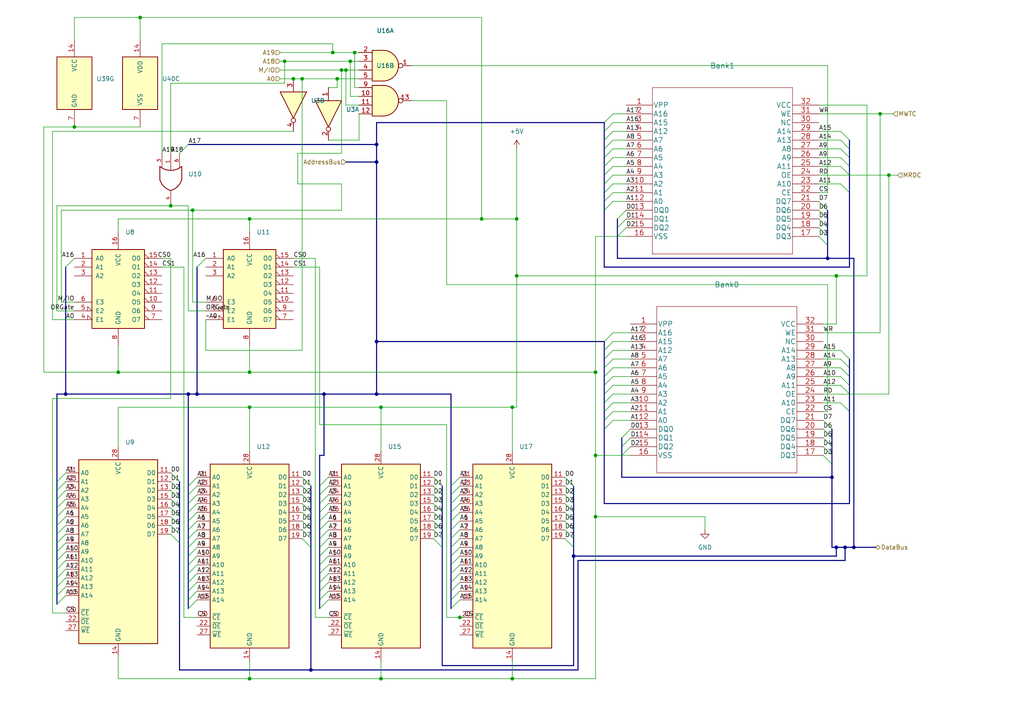
<source format=kicad_sch>
(kicad_sch (version 20211123) (generator eeschema)
  (paper "A4")
  (lib_symbols
    (symbol "28F010:28F010" (pin_names (offset 0.254))
      (property "Reference" "U" (at 27.94 10.16 0))
      (property "Value" "28F010" (at 27.94 7.62 0))
      (symbol "28F010_1_1"
        (polyline (pts (xy 7.62 -43.18) (xy 48.26 -43.18)) (stroke (width 0.127)))
        (polyline (pts (xy 7.62 5.08) (xy 7.62 -43.18)) (stroke (width 0.127)))
        (polyline (pts (xy 48.26 -43.18) (xy 48.26 5.08)) (stroke (width 0.127)))
        (polyline (pts (xy 48.26 5.08) (xy 7.62 5.08)) (stroke (width 0.127)))
        (pin power_in line (at 0 0 0) (length 7.62) (name "VPP") (number "1"))
        (pin input line (at 0 -22.86 0) (length 7.62) (name "A2") (number "10"))
        (pin input line (at 0 -25.4 0) (length 7.62) (name "A1") (number "11"))
        (pin input line (at 0 -27.94 0) (length 7.62) (name "A0") (number "12"))
        (pin bidirectional line (at 0 -30.48 0) (length 7.62) (name "DQ0") (number "13"))
        (pin bidirectional line (at 0 -33.02 0) (length 7.62) (name "DQ1") (number "14"))
        (pin bidirectional line (at 0 -35.56 0) (length 7.62) (name "DQ2") (number "15"))
        (pin power_in line (at 0 -38.1 0) (length 7.62) (name "VSS") (number "16"))
        (pin bidirectional line (at 55.88 -38.1 180) (length 7.62) (name "DQ3") (number "17"))
        (pin bidirectional line (at 55.88 -35.56 180) (length 7.62) (name "DQ4") (number "18"))
        (pin bidirectional line (at 55.88 -33.02 180) (length 7.62) (name "DQ5") (number "19"))
        (pin input line (at 0 -2.54 0) (length 7.62) (name "A16") (number "2"))
        (pin bidirectional line (at 55.88 -30.48 180) (length 7.62) (name "DQ6") (number "20"))
        (pin bidirectional line (at 55.88 -27.94 180) (length 7.62) (name "DQ7") (number "21"))
        (pin input line (at 55.88 -25.4 180) (length 7.62) (name "CE") (number "22"))
        (pin input line (at 55.88 -22.86 180) (length 7.62) (name "A10") (number "23"))
        (pin input line (at 55.88 -20.32 180) (length 7.62) (name "OE") (number "24"))
        (pin input line (at 55.88 -17.78 180) (length 7.62) (name "A11") (number "25"))
        (pin input line (at 55.88 -15.24 180) (length 7.62) (name "A9") (number "26"))
        (pin input line (at 55.88 -12.7 180) (length 7.62) (name "A8") (number "27"))
        (pin input line (at 55.88 -10.16 180) (length 7.62) (name "A13") (number "28"))
        (pin input line (at 55.88 -7.62 180) (length 7.62) (name "A14") (number "29"))
        (pin input line (at 0 -5.08 0) (length 7.62) (name "A15") (number "3"))
        (pin unspecified line (at 55.88 -5.08 180) (length 7.62) (name "NC") (number "30"))
        (pin input line (at 55.88 -2.54 180) (length 7.62) (name "WE") (number "31"))
        (pin power_in line (at 55.88 0 180) (length 7.62) (name "VCC") (number "32"))
        (pin input line (at 0 -7.62 0) (length 7.62) (name "A12") (number "4"))
        (pin input line (at 0 -10.16 0) (length 7.62) (name "A7") (number "5"))
        (pin input line (at 0 -12.7 0) (length 7.62) (name "A6") (number "6"))
        (pin input line (at 0 -15.24 0) (length 7.62) (name "A5") (number "7"))
        (pin input line (at 0 -17.78 0) (length 7.62) (name "A4") (number "8"))
        (pin input line (at 0 -20.32 0) (length 7.62) (name "A3") (number "9"))
      )
    )
    (symbol "4xxx:4012" (pin_names (offset 1.016))
      (property "Reference" "U" (at 0 1.27 0))
      (property "Value" "4012" (at 0 -1.27 0))
      (symbol "4012_1_1"
        (arc (start -0.635 -4.445) (mid 3.81 0) (end -0.635 4.445) (stroke (width 0.254)) (fill (type background)))
        (polyline (pts (xy -0.635 4.445) (xy -3.81 4.445) (xy -3.81 -4.445) (xy -0.635 -4.445)) (stroke (width 0.254)) (fill (type background)))
        (pin output inverted (at 7.62 0 180) (length 3.81) (name "~") (number "1"))
        (pin input line (at -7.62 3.81 0) (length 3.81) (name "~") (number "2"))
        (pin input line (at -7.62 1.27 0) (length 3.81) (name "~") (number "3"))
        (pin input line (at -7.62 -1.27 0) (length 3.81) (name "~") (number "4"))
        (pin input line (at -7.62 -3.81 0) (length 3.81) (name "~") (number "5"))
      )
      (symbol "4012_1_2"
        (arc (start -3.81 -4.445) (mid -2.5908 0) (end -3.81 4.445) (stroke (width 0.254)))
        (arc (start -0.6096 -4.445) (mid 2.2246 -2.8422) (end 3.81 0) (stroke (width 0.254)) (fill (type background)))
        (polyline (pts (xy -3.81 -4.445) (xy -0.635 -4.445)) (stroke (width 0.254)) (fill (type background)))
        (polyline (pts (xy -3.81 4.445) (xy -0.635 4.445)) (stroke (width 0.254)) (fill (type background)))
        (polyline (pts (xy -0.635 4.445) (xy -3.81 4.445) (xy -3.81 4.445) (xy -3.6322 4.0894) (xy -3.0988 2.921) (xy -2.7686 1.6764) (xy -2.6162 0.4318) (xy -2.6416 -0.8636) (xy -2.8702 -2.1082) (xy -3.2512 -3.3274) (xy -3.81 -4.445) (xy -3.81 -4.445) (xy -0.635 -4.445)) (stroke (width -25.4)) (fill (type background)))
        (arc (start 3.81 0) (mid 2.2204 2.8379) (end -0.6096 4.445) (stroke (width 0.254)) (fill (type background)))
        (pin output line (at 7.62 0 180) (length 3.81) (name "~") (number "1"))
        (pin input inverted (at -7.62 3.81 0) (length 3.81) (name "~") (number "2"))
        (pin input inverted (at -7.62 1.27 0) (length 4.826) (name "~") (number "3"))
        (pin input inverted (at -7.62 -1.27 0) (length 4.826) (name "~") (number "4"))
        (pin input inverted (at -7.62 -3.81 0) (length 3.81) (name "~") (number "5"))
      )
      (symbol "4012_2_1"
        (arc (start -0.635 -4.445) (mid 3.81 0) (end -0.635 4.445) (stroke (width 0.254)) (fill (type background)))
        (polyline (pts (xy -0.635 4.445) (xy -3.81 4.445) (xy -3.81 -4.445) (xy -0.635 -4.445)) (stroke (width 0.254)) (fill (type background)))
        (pin input line (at -7.62 1.27 0) (length 3.81) (name "~") (number "10"))
        (pin input line (at -7.62 -1.27 0) (length 3.81) (name "~") (number "11"))
        (pin input line (at -7.62 -3.81 0) (length 3.81) (name "~") (number "12"))
        (pin output inverted (at 7.62 0 180) (length 3.81) (name "~") (number "13"))
        (pin input line (at -7.62 3.81 0) (length 3.81) (name "~") (number "9"))
      )
      (symbol "4012_2_2"
        (arc (start -3.81 -4.445) (mid -2.5908 0) (end -3.81 4.445) (stroke (width 0.254)))
        (arc (start -0.6096 -4.445) (mid 2.2246 -2.8422) (end 3.81 0) (stroke (width 0.254)) (fill (type background)))
        (polyline (pts (xy -3.81 -4.445) (xy -0.635 -4.445)) (stroke (width 0.254)) (fill (type background)))
        (polyline (pts (xy -3.81 4.445) (xy -0.635 4.445)) (stroke (width 0.254)) (fill (type background)))
        (polyline (pts (xy -0.635 4.445) (xy -3.81 4.445) (xy -3.81 4.445) (xy -3.6322 4.0894) (xy -3.0988 2.921) (xy -2.7686 1.6764) (xy -2.6162 0.4318) (xy -2.6416 -0.8636) (xy -2.8702 -2.1082) (xy -3.2512 -3.3274) (xy -3.81 -4.445) (xy -3.81 -4.445) (xy -0.635 -4.445)) (stroke (width -25.4)) (fill (type background)))
        (arc (start 3.81 0) (mid 2.2204 2.8379) (end -0.6096 4.445) (stroke (width 0.254)) (fill (type background)))
        (pin input inverted (at -7.62 1.27 0) (length 4.826) (name "~") (number "10"))
        (pin input inverted (at -7.62 -1.27 0) (length 4.826) (name "~") (number "11"))
        (pin input inverted (at -7.62 -3.81 0) (length 3.81) (name "~") (number "12"))
        (pin output line (at 7.62 0 180) (length 3.81) (name "~") (number "13"))
        (pin input inverted (at -7.62 3.81 0) (length 3.81) (name "~") (number "9"))
      )
      (symbol "4012_3_0"
        (pin power_in line (at 0 12.7 270) (length 5.08) (name "VDD") (number "14"))
        (pin power_in line (at 0 -12.7 90) (length 5.08) (name "VSS") (number "7"))
      )
      (symbol "4012_3_1"
        (rectangle (start -5.08 7.62) (end 5.08 -7.62) (stroke (width 0.254)) (fill (type background)))
      )
    )
    (symbol "74xGxx:74LVC1G332" (pin_names (offset 1.016))
      (property "Reference" "U" (at -2.54 5.08 0))
      (property "Value" "74LVC1G332" (at 0 -5.08 0))
      (symbol "74LVC1G332_0_1"
        (arc (start -3.81 -3.175) (mid -2.6605 0) (end -3.81 3.175) (stroke (width 0.254)))
        (arc (start 0 -3.175) (mid 1.9989 -1.9989) (end 3.175 0) (stroke (width 0.254)))
        (polyline (pts (xy 0 -3.175) (xy -3.81 -3.175)) (stroke (width 0.254)))
        (polyline (pts (xy 0 3.175) (xy -3.81 3.175)) (stroke (width 0.254)))
        (arc (start 3.175 0) (mid 1.9989 1.9989) (end 0 3.175) (stroke (width 0.254)))
      )
      (symbol "74LVC1G332_1_1"
        (pin input line (at -7.62 0 0) (length 4.826) (name "~") (number "1"))
        (pin power_in line (at 0 -3.175 270) (length 0) hide (name "GND") (number "2"))
        (pin input line (at -7.62 -2.54 0) (length 4.191) (name "~") (number "3"))
        (pin output line (at 7.62 0 180) (length 4.445) (name "~") (number "4"))
        (pin power_in line (at 0 3.175 90) (length 0) hide (name "VCC") (number "5"))
        (pin input line (at -7.62 2.54 0) (length 4.191) (name "~") (number "6"))
      )
    )
    (symbol "74xx:74LS04"
      (property "Reference" "U" (at 0 1.27 0))
      (property "Value" "74LS04" (at 0 -1.27 0))
      (symbol "74LS04_1_0"
        (polyline (pts (xy -3.81 3.81) (xy -3.81 -3.81) (xy 3.81 0) (xy -3.81 3.81)) (stroke (width 0.254)) (fill (type background)))
        (pin input line (at -7.62 0 0) (length 3.81) (name "~") (number "1"))
        (pin output inverted (at 7.62 0 180) (length 3.81) (name "~") (number "2"))
      )
      (symbol "74LS04_2_0"
        (polyline (pts (xy -3.81 3.81) (xy -3.81 -3.81) (xy 3.81 0) (xy -3.81 3.81)) (stroke (width 0.254)) (fill (type background)))
        (pin input line (at -7.62 0 0) (length 3.81) (name "~") (number "3"))
        (pin output inverted (at 7.62 0 180) (length 3.81) (name "~") (number "4"))
      )
      (symbol "74LS04_3_0"
        (polyline (pts (xy -3.81 3.81) (xy -3.81 -3.81) (xy 3.81 0) (xy -3.81 3.81)) (stroke (width 0.254)) (fill (type background)))
        (pin input line (at -7.62 0 0) (length 3.81) (name "~") (number "5"))
        (pin output inverted (at 7.62 0 180) (length 3.81) (name "~") (number "6"))
      )
      (symbol "74LS04_4_0"
        (polyline (pts (xy -3.81 3.81) (xy -3.81 -3.81) (xy 3.81 0) (xy -3.81 3.81)) (stroke (width 0.254)) (fill (type background)))
        (pin output inverted (at 7.62 0 180) (length 3.81) (name "~") (number "8"))
        (pin input line (at -7.62 0 0) (length 3.81) (name "~") (number "9"))
      )
      (symbol "74LS04_5_0"
        (polyline (pts (xy -3.81 3.81) (xy -3.81 -3.81) (xy 3.81 0) (xy -3.81 3.81)) (stroke (width 0.254)) (fill (type background)))
        (pin output inverted (at 7.62 0 180) (length 3.81) (name "~") (number "10"))
        (pin input line (at -7.62 0 0) (length 3.81) (name "~") (number "11"))
      )
      (symbol "74LS04_6_0"
        (polyline (pts (xy -3.81 3.81) (xy -3.81 -3.81) (xy 3.81 0) (xy -3.81 3.81)) (stroke (width 0.254)) (fill (type background)))
        (pin output inverted (at 7.62 0 180) (length 3.81) (name "~") (number "12"))
        (pin input line (at -7.62 0 0) (length 3.81) (name "~") (number "13"))
      )
      (symbol "74LS04_7_0"
        (pin power_in line (at 0 12.7 270) (length 5.08) (name "VCC") (number "14"))
        (pin power_in line (at 0 -12.7 90) (length 5.08) (name "GND") (number "7"))
      )
      (symbol "74LS04_7_1"
        (rectangle (start -5.08 7.62) (end 5.08 -7.62) (stroke (width 0.254)) (fill (type background)))
      )
    )
    (symbol "74xx:74LS138" (pin_names (offset 1.016))
      (property "Reference" "U" (at -7.62 11.43 0))
      (property "Value" "74LS138" (at -7.62 -13.97 0))
      (symbol "74LS138_1_0"
        (pin input line (at -12.7 7.62 0) (length 5.08) (name "A0") (number "1"))
        (pin output output_low (at 12.7 -5.08 180) (length 5.08) (name "O5") (number "10"))
        (pin output output_low (at 12.7 -2.54 180) (length 5.08) (name "O4") (number "11"))
        (pin output output_low (at 12.7 0 180) (length 5.08) (name "O3") (number "12"))
        (pin output output_low (at 12.7 2.54 180) (length 5.08) (name "O2") (number "13"))
        (pin output output_low (at 12.7 5.08 180) (length 5.08) (name "O1") (number "14"))
        (pin output output_low (at 12.7 7.62 180) (length 5.08) (name "O0") (number "15"))
        (pin power_in line (at 0 15.24 270) (length 5.08) (name "VCC") (number "16"))
        (pin input line (at -12.7 5.08 0) (length 5.08) (name "A1") (number "2"))
        (pin input line (at -12.7 2.54 0) (length 5.08) (name "A2") (number "3"))
        (pin input input_low (at -12.7 -10.16 0) (length 5.08) (name "E1") (number "4"))
        (pin input input_low (at -12.7 -7.62 0) (length 5.08) (name "E2") (number "5"))
        (pin input line (at -12.7 -5.08 0) (length 5.08) (name "E3") (number "6"))
        (pin output output_low (at 12.7 -10.16 180) (length 5.08) (name "O7") (number "7"))
        (pin power_in line (at 0 -17.78 90) (length 5.08) (name "GND") (number "8"))
        (pin output output_low (at 12.7 -7.62 180) (length 5.08) (name "O6") (number "9"))
      )
      (symbol "74LS138_1_1"
        (rectangle (start -7.62 10.16) (end 7.62 -12.7) (stroke (width 0.254)) (fill (type background)))
      )
    )
    (symbol "Memory_RAM:CY7C199"
      (property "Reference" "U" (at -11.43 27.94 0))
      (property "Value" "CY7C199" (at 3.81 27.94 0))
      (symbol "CY7C199_0_0"
        (pin power_in line (at 0 -30.48 90) (length 3.81) (name "GND") (number "14"))
        (pin power_in line (at 0 30.48 270) (length 3.81) (name "VCC") (number "28"))
      )
      (symbol "CY7C199_0_1"
        (rectangle (start -11.43 26.67) (end 11.43 -26.67) (stroke (width 0.254)) (fill (type background)))
      )
      (symbol "CY7C199_1_1"
        (pin input line (at -15.24 10.16 0) (length 3.81) (name "A5") (number "1"))
        (pin input line (at -15.24 -12.7 0) (length 3.81) (name "A14") (number "10"))
        (pin tri_state line (at 15.24 22.86 180) (length 3.81) (name "D0") (number "11"))
        (pin tri_state line (at 15.24 20.32 180) (length 3.81) (name "D1") (number "12"))
        (pin tri_state line (at 15.24 17.78 180) (length 3.81) (name "D2") (number "13"))
        (pin tri_state line (at 15.24 15.24 180) (length 3.81) (name "D3") (number "15"))
        (pin tri_state line (at 15.24 12.7 180) (length 3.81) (name "D4") (number "16"))
        (pin tri_state line (at 15.24 10.16 180) (length 3.81) (name "D5") (number "17"))
        (pin tri_state line (at 15.24 7.62 180) (length 3.81) (name "D6") (number "18"))
        (pin tri_state line (at 15.24 5.08 180) (length 3.81) (name "D7") (number "19"))
        (pin input line (at -15.24 7.62 0) (length 3.81) (name "A6") (number "2"))
        (pin input line (at -15.24 -17.78 0) (length 3.81) (name "~{CE}") (number "20"))
        (pin input line (at -15.24 22.86 0) (length 3.81) (name "A0") (number "21"))
        (pin input line (at -15.24 -20.32 0) (length 3.81) (name "~{OE}") (number "22"))
        (pin input line (at -15.24 20.32 0) (length 3.81) (name "A1") (number "23"))
        (pin input line (at -15.24 17.78 0) (length 3.81) (name "A2") (number "24"))
        (pin input line (at -15.24 15.24 0) (length 3.81) (name "A3") (number "25"))
        (pin input line (at -15.24 12.7 0) (length 3.81) (name "A4") (number "26"))
        (pin input line (at -15.24 -22.86 0) (length 3.81) (name "~{WE}") (number "27"))
        (pin input line (at -15.24 5.08 0) (length 3.81) (name "A7") (number "3"))
        (pin input line (at -15.24 2.54 0) (length 3.81) (name "A8") (number "4"))
        (pin input line (at -15.24 0 0) (length 3.81) (name "A9") (number "5"))
        (pin input line (at -15.24 -2.54 0) (length 3.81) (name "A10") (number "6"))
        (pin input line (at -15.24 -5.08 0) (length 3.81) (name "A11") (number "7"))
        (pin input line (at -15.24 -7.62 0) (length 3.81) (name "A12") (number "8"))
        (pin input line (at -15.24 -10.16 0) (length 3.81) (name "A13") (number "9"))
      )
    )
    (symbol "power:+5V" (power) (pin_names (offset 0))
      (property "Value" "+5V" (at 0 3.556 0))
      (symbol "+5V_0_1"
        (polyline (pts (xy -0.762 1.27) (xy 0 2.54)))
        (polyline (pts (xy 0 0) (xy 0 2.54)))
        (polyline (pts (xy 0 2.54) (xy 0.762 1.27)))
      )
      (symbol "+5V_1_1"
        (pin power_in line (at 0 0 90) (length 0) hide (name "+5V") (number "1"))
      )
    )
    (symbol "power:GND" (power) (pin_names (offset 0))
      (property "Value" "GND" (at 0 -3.81 0))
      (symbol "GND_0_1"
        (polyline (pts (xy 0 0) (xy 0 -1.27) (xy 1.27 -1.27) (xy 0 -2.54) (xy -1.27 -1.27) (xy 0 -1.27)))
      )
      (symbol "GND_1_1"
        (pin power_in line (at 0 0 270) (length 0) hide (name "GND") (number "1"))
      )
    )
  )
  (junction (at 245.11 158.75))
  (junction (at 166.37 161.29))
  (junction (at 172.72 132.08))
  (junction (at 148.59 196.85))
  (junction (at 87.63 22.86))
  (junction (at 255.27 33.02))
  (junction (at 90.17 194.31))
  (junction (at 40.64 5.08))
  (junction (at 110.49 196.85))
  (junction (at 109.22 114.3))
  (junction (at 19.05 114.3))
  (junction (at 102.87 15.24))
  (junction (at 57.15 114.3))
  (junction (at 148.59 118.11))
  (junction (at 241.3 138.43))
  (junction (at 242.57 158.75))
  (junction (at 97.79 22.86))
  (junction (at 149.86 80.01))
  (junction (at 139.7 63.5))
  (junction (at 109.22 41.91))
  (junction (at 257.81 50.8))
  (junction (at 21.59 36.83))
  (junction (at 34.29 107.95))
  (junction (at 99.06 20.32))
  (junction (at 172.72 149.86))
  (junction (at 247.65 158.75))
  (junction (at 110.49 118.11))
  (junction (at 54.61 114.3))
  (junction (at 133.35 179.07))
  (junction (at 96.52 15.24))
  (junction (at 55.88 60.96))
  (junction (at 240.03 74.93))
  (junction (at 72.39 118.11))
  (junction (at 93.98 114.3))
  (junction (at 72.39 63.5))
  (junction (at 82.55 17.78))
  (junction (at 100.33 20.32))
  (junction (at 49.53 59.69))
  (junction (at 109.22 46.99))
  (junction (at 72.39 196.85))
  (junction (at 72.39 107.95))
  (junction (at 109.22 99.06))
  (junction (at 242.57 80.01))
  (junction (at 149.86 63.5))
  (junction (at 85.09 22.86))
  (junction (at 172.72 107.95))
  (junction (at 101.6 17.78))
  (bus_entry (at 177.8 48.26) (size -2.54 2.54))
  (bus_entry (at 177.8 55.88) (size -2.54 2.54))
  (bus_entry (at 177.8 40.64) (size -2.54 2.54))
  (bus_entry (at 177.8 58.42) (size -2.54 2.54))
  (bus_entry (at 243.84 40.64) (size 2.54 2.54))
  (bus_entry (at 243.84 45.72) (size 2.54 2.54))
  (bus_entry (at 243.84 43.18) (size 2.54 2.54))
  (bus_entry (at 243.84 53.34) (size 2.54 2.54))
  (bus_entry (at 243.84 48.26) (size 2.54 2.54))
  (bus_entry (at 177.8 43.18) (size -2.54 2.54))
  (bus_entry (at 243.84 38.1) (size 2.54 2.54))
  (bus_entry (at 177.8 38.1) (size -2.54 2.54))
  (bus_entry (at 177.8 53.34) (size -2.54 2.54))
  (bus_entry (at 177.8 50.8) (size -2.54 2.54))
  (bus_entry (at 177.8 33.02) (size -2.54 2.54))
  (bus_entry (at 177.8 35.56) (size -2.54 2.54))
  (bus_entry (at 177.8 45.72) (size -2.54 2.54))
  (bus_entry (at 16.51 154.94) (size 2.54 -2.54))
  (bus_entry (at 16.51 157.48) (size 2.54 -2.54))
  (bus_entry (at 16.51 160.02) (size 2.54 -2.54))
  (bus_entry (at 16.51 162.56) (size 2.54 -2.54))
  (bus_entry (at 16.51 165.1) (size 2.54 -2.54))
  (bus_entry (at 16.51 170.18) (size 2.54 -2.54))
  (bus_entry (at 16.51 172.72) (size 2.54 -2.54))
  (bus_entry (at 16.51 167.64) (size 2.54 -2.54))
  (bus_entry (at 16.51 175.26) (size 2.54 -2.54))
  (bus_entry (at 16.51 142.24) (size 2.54 -2.54))
  (bus_entry (at 16.51 144.78) (size 2.54 -2.54))
  (bus_entry (at 16.51 149.86) (size 2.54 -2.54))
  (bus_entry (at 16.51 152.4) (size 2.54 -2.54))
  (bus_entry (at 16.51 147.32) (size 2.54 -2.54))
  (bus_entry (at 92.71 168.91) (size 2.54 -2.54))
  (bus_entry (at 92.71 171.45) (size 2.54 -2.54))
  (bus_entry (at 92.71 173.99) (size 2.54 -2.54))
  (bus_entry (at 92.71 176.53) (size 2.54 -2.54))
  (bus_entry (at 92.71 140.97) (size 2.54 -2.54))
  (bus_entry (at 92.71 143.51) (size 2.54 -2.54))
  (bus_entry (at 92.71 146.05) (size 2.54 -2.54))
  (bus_entry (at 92.71 148.59) (size 2.54 -2.54))
  (bus_entry (at 92.71 151.13) (size 2.54 -2.54))
  (bus_entry (at 92.71 153.67) (size 2.54 -2.54))
  (bus_entry (at 92.71 156.21) (size 2.54 -2.54))
  (bus_entry (at 92.71 158.75) (size 2.54 -2.54))
  (bus_entry (at 92.71 161.29) (size 2.54 -2.54))
  (bus_entry (at 92.71 163.83) (size 2.54 -2.54))
  (bus_entry (at 92.71 166.37) (size 2.54 -2.54))
  (bus_entry (at 54.61 158.75) (size 2.54 -2.54))
  (bus_entry (at 54.61 161.29) (size 2.54 -2.54))
  (bus_entry (at 54.61 163.83) (size 2.54 -2.54))
  (bus_entry (at 54.61 140.97) (size 2.54 -2.54))
  (bus_entry (at 54.61 143.51) (size 2.54 -2.54))
  (bus_entry (at 54.61 146.05) (size 2.54 -2.54))
  (bus_entry (at 54.61 153.67) (size 2.54 -2.54))
  (bus_entry (at 54.61 156.21) (size 2.54 -2.54))
  (bus_entry (at 54.61 148.59) (size 2.54 -2.54))
  (bus_entry (at 54.61 151.13) (size 2.54 -2.54))
  (bus_entry (at 54.61 176.53) (size 2.54 -2.54))
  (bus_entry (at 54.61 166.37) (size 2.54 -2.54))
  (bus_entry (at 54.61 168.91) (size 2.54 -2.54))
  (bus_entry (at 54.61 171.45) (size 2.54 -2.54))
  (bus_entry (at 54.61 173.99) (size 2.54 -2.54))
  (bus_entry (at 243.84 106.68) (size 2.54 2.54))
  (bus_entry (at 243.84 109.22) (size 2.54 2.54))
  (bus_entry (at 243.84 111.76) (size 2.54 2.54))
  (bus_entry (at 243.84 116.84) (size 2.54 2.54))
  (bus_entry (at 243.84 104.14) (size 2.54 2.54))
  (bus_entry (at 243.84 101.6) (size 2.54 2.54))
  (bus_entry (at 177.8 114.3) (size -2.54 2.54))
  (bus_entry (at 177.8 111.76) (size -2.54 2.54))
  (bus_entry (at 177.8 109.22) (size -2.54 2.54))
  (bus_entry (at 177.8 106.68) (size -2.54 2.54))
  (bus_entry (at 177.8 104.14) (size -2.54 2.54))
  (bus_entry (at 177.8 119.38) (size -2.54 2.54))
  (bus_entry (at 177.8 116.84) (size -2.54 2.54))
  (bus_entry (at 177.8 101.6) (size -2.54 2.54))
  (bus_entry (at 177.8 99.06) (size -2.54 2.54))
  (bus_entry (at 177.8 96.52) (size -2.54 2.54))
  (bus_entry (at 177.8 121.92) (size -2.54 2.54))
  (bus_entry (at 182.88 124.46) (size -2.54 2.54))
  (bus_entry (at 182.88 127) (size -2.54 2.54))
  (bus_entry (at 182.88 129.54) (size -2.54 2.54))
  (bus_entry (at 238.76 132.08) (size 2.54 2.54))
  (bus_entry (at 237.49 66.04) (size 2.54 2.54))
  (bus_entry (at 237.49 68.58) (size 2.54 2.54))
  (bus_entry (at 181.61 60.96) (size -2.54 2.54))
  (bus_entry (at 181.61 63.5) (size -2.54 2.54))
  (bus_entry (at 181.61 66.04) (size -2.54 2.54))
  (bus_entry (at 237.49 58.42) (size 2.54 2.54))
  (bus_entry (at 237.49 60.96) (size 2.54 2.54))
  (bus_entry (at 237.49 63.5) (size 2.54 2.54))
  (bus_entry (at 238.76 121.92) (size 2.54 2.54))
  (bus_entry (at 238.76 124.46) (size 2.54 2.54))
  (bus_entry (at 238.76 127) (size 2.54 2.54))
  (bus_entry (at 238.76 129.54) (size 2.54 2.54))
  (bus_entry (at 52.07 44.45) (size 2.54 -2.54))
  (bus_entry (at 19.05 77.47) (size 2.54 -2.54))
  (bus_entry (at 57.15 77.47) (size 2.54 -2.54))
  (bus_entry (at 87.63 138.43) (size 2.54 2.54))
  (bus_entry (at 87.63 140.97) (size 2.54 2.54))
  (bus_entry (at 87.63 143.51) (size 2.54 2.54))
  (bus_entry (at 87.63 146.05) (size 2.54 2.54))
  (bus_entry (at 87.63 148.59) (size 2.54 2.54))
  (bus_entry (at 87.63 151.13) (size 2.54 2.54))
  (bus_entry (at 87.63 153.67) (size 2.54 2.54))
  (bus_entry (at 87.63 156.21) (size 2.54 2.54))
  (bus_entry (at 49.53 137.16) (size 2.54 2.54))
  (bus_entry (at 49.53 139.7) (size 2.54 2.54))
  (bus_entry (at 49.53 142.24) (size 2.54 2.54))
  (bus_entry (at 49.53 144.78) (size 2.54 2.54))
  (bus_entry (at 49.53 147.32) (size 2.54 2.54))
  (bus_entry (at 49.53 149.86) (size 2.54 2.54))
  (bus_entry (at 49.53 152.4) (size 2.54 2.54))
  (bus_entry (at 49.53 154.94) (size 2.54 2.54))
  (bus_entry (at 125.73 138.43) (size 2.54 2.54))
  (bus_entry (at 125.73 140.97) (size 2.54 2.54))
  (bus_entry (at 125.73 143.51) (size 2.54 2.54))
  (bus_entry (at 125.73 146.05) (size 2.54 2.54))
  (bus_entry (at 125.73 156.21) (size 2.54 2.54))
  (bus_entry (at 125.73 148.59) (size 2.54 2.54))
  (bus_entry (at 125.73 151.13) (size 2.54 2.54))
  (bus_entry (at 125.73 153.67) (size 2.54 2.54))
  (bus_entry (at 163.83 146.05) (size 2.54 2.54))
  (bus_entry (at 163.83 148.59) (size 2.54 2.54))
  (bus_entry (at 163.83 151.13) (size 2.54 2.54))
  (bus_entry (at 163.83 153.67) (size 2.54 2.54))
  (bus_entry (at 163.83 156.21) (size 2.54 2.54))
  (bus_entry (at 163.83 138.43) (size 2.54 2.54))
  (bus_entry (at 163.83 140.97) (size 2.54 2.54))
  (bus_entry (at 163.83 143.51) (size 2.54 2.54))
  (bus_entry (at 133.35 146.05) (size -2.54 2.54))
  (bus_entry (at 133.35 151.13) (size -2.54 2.54))
  (bus_entry (at 133.35 153.67) (size -2.54 2.54))
  (bus_entry (at 133.35 156.21) (size -2.54 2.54))
  (bus_entry (at 133.35 158.75) (size -2.54 2.54))
  (bus_entry (at 133.35 148.59) (size -2.54 2.54))
  (bus_entry (at 133.35 138.43) (size -2.54 2.54))
  (bus_entry (at 133.35 140.97) (size -2.54 2.54))
  (bus_entry (at 133.35 143.51) (size -2.54 2.54))
  (bus_entry (at 133.35 173.99) (size -2.54 2.54))
  (bus_entry (at 133.35 161.29) (size -2.54 2.54))
  (bus_entry (at 133.35 163.83) (size -2.54 2.54))
  (bus_entry (at 133.35 166.37) (size -2.54 2.54))
  (bus_entry (at 133.35 168.91) (size -2.54 2.54))
  (bus_entry (at 133.35 171.45) (size -2.54 2.54))
  (bus_entry (at 16.51 139.7) (size 2.54 -2.54))
  (bus (pts (xy 240.03 71.12) (xy 240.03 74.93)))
  (bus (pts (xy 92.71 161.29) (xy 92.71 163.83)))
  (wire (pts (xy 172.72 107.95) (xy 172.72 132.08)))
  (wire (pts (xy 110.49 118.11) (xy 110.49 130.81)))
  (bus (pts (xy 54.61 153.67) (xy 54.61 156.21)))
  (wire (pts (xy 149.86 118.11) (xy 149.86 80.01)))
  (wire (pts (xy 255.27 33.02) (xy 255.27 96.52)))
  (wire (pts (xy 54.61 90.17) (xy 59.69 90.17)))
  (bus (pts (xy 175.26 114.3) (xy 175.26 111.76)))
  (wire (pts (xy 110.49 191.77) (xy 110.49 196.85)))
  (bus (pts (xy 16.51 160.02) (xy 16.51 162.56)))
  (bus (pts (xy 166.37 143.51) (xy 166.37 146.05)))
  (bus (pts (xy 16.51 170.18) (xy 16.51 172.72)))
  (wire (pts (xy 81.28 17.78) (xy 82.55 17.78)))
  (bus (pts (xy 240.03 66.04) (xy 240.03 68.58)))
  (wire (pts (xy 81.28 20.32) (xy 99.06 20.32)))
  (wire (pts (xy 72.39 67.31) (xy 72.39 63.5)))
  (bus (pts (xy 130.81 151.13) (xy 130.81 153.67)))
  (bus (pts (xy 175.26 43.18) (xy 175.26 45.72)))
  (bus (pts (xy 130.81 114.3) (xy 130.81 140.97)))
  (wire (pts (xy 177.8 101.6) (xy 182.88 101.6)))
  (wire (pts (xy 82.55 24.13) (xy 49.53 24.13)))
  (wire (pts (xy 180.34 132.08) (xy 172.72 132.08)))
  (wire (pts (xy 72.39 118.11) (xy 72.39 130.81)))
  (wire (pts (xy 179.07 68.58) (xy 172.72 68.58)))
  (wire (pts (xy 85.09 22.86) (xy 87.63 22.86)))
  (wire (pts (xy 95.25 40.64) (xy 104.14 40.64)))
  (bus (pts (xy 128.27 143.51) (xy 128.27 146.05)))
  (wire (pts (xy 86.36 44.45) (xy 99.06 44.45)))
  (bus (pts (xy 246.38 104.14) (xy 246.38 106.68)))
  (bus (pts (xy 241.3 124.46) (xy 241.3 127)))
  (wire (pts (xy 87.63 22.86) (xy 87.63 101.6)))
  (bus (pts (xy 16.51 142.24) (xy 16.51 144.78)))
  (wire (pts (xy 237.49 43.18) (xy 243.84 43.18)))
  (bus (pts (xy 242.57 161.29) (xy 242.57 158.75)))
  (wire (pts (xy 237.49 48.26) (xy 243.84 48.26)))
  (wire (pts (xy 238.76 106.68) (xy 243.84 106.68)))
  (bus (pts (xy 16.51 167.64) (xy 16.51 170.18)))
  (bus (pts (xy 92.71 158.75) (xy 92.71 161.29)))
  (wire (pts (xy 172.72 132.08) (xy 172.72 149.86)))
  (wire (pts (xy 53.34 179.07) (xy 57.15 179.07)))
  (bus (pts (xy 175.26 40.64) (xy 175.26 43.18)))
  (wire (pts (xy 40.64 5.08) (xy 139.7 5.08)))
  (wire (pts (xy 237.49 53.34) (xy 243.84 53.34)))
  (bus (pts (xy 246.38 40.64) (xy 246.38 43.18)))
  (wire (pts (xy 86.36 53.34) (xy 86.36 44.45)))
  (bus (pts (xy 247.65 158.75) (xy 254 158.75)))
  (wire (pts (xy 172.72 149.86) (xy 204.47 149.86)))
  (wire (pts (xy 99.06 20.32) (xy 100.33 20.32)))
  (wire (pts (xy 46.99 74.93) (xy 49.53 74.93)))
  (wire (pts (xy 17.78 60.96) (xy 55.88 60.96)))
  (bus (pts (xy 241.3 158.75) (xy 242.57 158.75)))
  (bus (pts (xy 92.71 143.51) (xy 92.71 146.05)))
  (bus (pts (xy 246.38 43.18) (xy 246.38 45.72)))
  (bus (pts (xy 130.81 158.75) (xy 130.81 161.29)))
  (wire (pts (xy 34.29 63.5) (xy 72.39 63.5)))
  (wire (pts (xy 240.03 119.38) (xy 238.76 119.38)))
  (wire (pts (xy 46.99 77.47) (xy 53.34 77.47)))
  (bus (pts (xy 16.51 144.78) (xy 16.51 147.32)))
  (wire (pts (xy 246.38 50.8) (xy 257.81 50.8)))
  (bus (pts (xy 52.07 194.31) (xy 90.17 194.31)))
  (bus (pts (xy 175.26 146.05) (xy 175.26 124.46)))
  (bus (pts (xy 57.15 77.47) (xy 57.15 114.3)))
  (wire (pts (xy 102.87 15.24) (xy 102.87 25.4)))
  (wire (pts (xy 101.6 17.78) (xy 104.14 17.78)))
  (wire (pts (xy 238.76 116.84) (xy 243.84 116.84)))
  (bus (pts (xy 54.61 41.91) (xy 109.22 41.91)))
  (bus (pts (xy 54.61 173.99) (xy 54.61 176.53)))
  (wire (pts (xy 181.61 68.58) (xy 179.07 68.58)))
  (wire (pts (xy 177.8 121.92) (xy 182.88 121.92)))
  (bus (pts (xy 175.26 121.92) (xy 175.26 119.38)))
  (wire (pts (xy 238.76 114.3) (xy 246.38 114.3)))
  (bus (pts (xy 130.81 171.45) (xy 130.81 173.99)))
  (wire (pts (xy 16.51 59.69) (xy 16.51 90.17)))
  (bus (pts (xy 54.61 158.75) (xy 54.61 161.29)))
  (wire (pts (xy 177.8 45.72) (xy 181.61 45.72)))
  (bus (pts (xy 175.26 119.38) (xy 175.26 116.84)))
  (bus (pts (xy 241.3 129.54) (xy 241.3 132.08)))
  (bus (pts (xy 240.03 60.96) (xy 240.03 63.5)))
  (bus (pts (xy 16.51 162.56) (xy 16.51 165.1)))
  (wire (pts (xy 177.8 111.76) (xy 182.88 111.76)))
  (bus (pts (xy 92.71 166.37) (xy 92.71 168.91)))
  (bus (pts (xy 52.07 149.86) (xy 52.07 152.4)))
  (wire (pts (xy 55.88 60.96) (xy 55.88 87.63)))
  (bus (pts (xy 246.38 45.72) (xy 246.38 48.26)))
  (bus (pts (xy 54.61 168.91) (xy 54.61 171.45)))
  (wire (pts (xy 149.86 80.01) (xy 149.86 63.5)))
  (bus (pts (xy 166.37 161.29) (xy 166.37 193.04)))
  (wire (pts (xy 101.6 17.78) (xy 101.6 27.94)))
  (bus (pts (xy 130.81 163.83) (xy 130.81 166.37)))
  (bus (pts (xy 128.27 146.05) (xy 128.27 148.59)))
  (wire (pts (xy 99.06 60.96) (xy 99.06 53.34)))
  (bus (pts (xy 246.38 109.22) (xy 246.38 111.76)))
  (bus (pts (xy 175.26 45.72) (xy 175.26 48.26)))
  (bus (pts (xy 175.26 38.1) (xy 175.26 40.64)))
  (wire (pts (xy 102.87 15.24) (xy 104.14 15.24)))
  (bus (pts (xy 92.71 168.91) (xy 92.71 171.45)))
  (bus (pts (xy 240.03 63.5) (xy 240.03 66.04)))
  (wire (pts (xy 129.54 123.19) (xy 129.54 179.07)))
  (bus (pts (xy 16.51 149.86) (xy 16.51 152.4)))
  (wire (pts (xy 182.88 132.08) (xy 180.34 132.08)))
  (wire (pts (xy 15.24 177.8) (xy 19.05 177.8)))
  (bus (pts (xy 175.26 101.6) (xy 175.26 104.14)))
  (wire (pts (xy 237.49 55.88) (xy 240.03 55.88)))
  (bus (pts (xy 175.26 60.96) (xy 175.26 77.47)))
  (wire (pts (xy 177.8 109.22) (xy 182.88 109.22)))
  (bus (pts (xy 16.51 165.1) (xy 16.51 167.64)))
  (wire (pts (xy 238.76 101.6) (xy 243.84 101.6)))
  (bus (pts (xy 92.71 148.59) (xy 92.71 151.13)))
  (wire (pts (xy 97.79 22.86) (xy 104.14 22.86)))
  (bus (pts (xy 175.26 58.42) (xy 175.26 60.96)))
  (wire (pts (xy 34.29 118.11) (xy 72.39 118.11)))
  (bus (pts (xy 179.07 68.58) (xy 179.07 74.93)))
  (bus (pts (xy 54.61 163.83) (xy 54.61 166.37)))
  (wire (pts (xy 34.29 100.33) (xy 34.29 107.95)))
  (bus (pts (xy 246.38 48.26) (xy 246.38 50.8)))
  (bus (pts (xy 128.27 140.97) (xy 128.27 143.51)))
  (wire (pts (xy 251.46 80.01) (xy 242.57 80.01)))
  (bus (pts (xy 175.26 35.56) (xy 175.26 38.1)))
  (bus (pts (xy 175.26 104.14) (xy 175.26 106.68)))
  (bus (pts (xy 54.61 171.45) (xy 54.61 173.99)))
  (wire (pts (xy 34.29 190.5) (xy 34.29 196.85)))
  (bus (pts (xy 130.81 148.59) (xy 130.81 151.13)))
  (bus (pts (xy 92.71 163.83) (xy 92.71 166.37)))
  (bus (pts (xy 175.26 116.84) (xy 175.26 114.3)))
  (bus (pts (xy 246.38 111.76) (xy 246.38 114.3)))
  (wire (pts (xy 87.63 22.86) (xy 97.79 22.86)))
  (wire (pts (xy 87.63 101.6) (xy 59.69 101.6)))
  (bus (pts (xy 166.37 151.13) (xy 166.37 153.67)))
  (bus (pts (xy 92.71 146.05) (xy 92.71 148.59)))
  (wire (pts (xy 129.54 82.55) (xy 240.03 82.55)))
  (bus (pts (xy 128.27 153.67) (xy 128.27 156.21)))
  (wire (pts (xy 246.38 114.3) (xy 257.81 114.3)))
  (bus (pts (xy 90.17 158.75) (xy 90.17 194.31)))
  (wire (pts (xy 177.8 114.3) (xy 182.88 114.3)))
  (wire (pts (xy 72.39 100.33) (xy 72.39 107.95)))
  (wire (pts (xy 257.81 50.8) (xy 260.35 50.8)))
  (bus (pts (xy 166.37 158.75) (xy 166.37 161.29)))
  (wire (pts (xy 91.44 74.93) (xy 91.44 179.07)))
  (bus (pts (xy 54.61 148.59) (xy 54.61 151.13)))
  (bus (pts (xy 90.17 148.59) (xy 90.17 151.13)))
  (bus (pts (xy 109.22 99.06) (xy 175.26 99.06)))
  (bus (pts (xy 128.27 158.75) (xy 128.27 193.04)))
  (bus (pts (xy 92.71 140.97) (xy 92.71 143.51)))
  (wire (pts (xy 59.69 92.71) (xy 59.69 101.6)))
  (wire (pts (xy 172.72 68.58) (xy 172.72 107.95)))
  (bus (pts (xy 242.57 158.75) (xy 245.11 158.75)))
  (wire (pts (xy 96.52 15.24) (xy 102.87 15.24)))
  (bus (pts (xy 240.03 68.58) (xy 240.03 71.12)))
  (wire (pts (xy 17.78 87.63) (xy 21.59 87.63)))
  (bus (pts (xy 130.81 140.97) (xy 130.81 143.51)))
  (bus (pts (xy 93.98 114.3) (xy 93.98 132.08)))
  (wire (pts (xy 96.52 12.7) (xy 46.99 12.7)))
  (wire (pts (xy 72.39 196.85) (xy 110.49 196.85)))
  (wire (pts (xy 119.38 19.05) (xy 240.03 19.05)))
  (wire (pts (xy 237.49 40.64) (xy 243.84 40.64)))
  (wire (pts (xy 100.33 20.32) (xy 104.14 20.32)))
  (wire (pts (xy 177.8 50.8) (xy 181.61 50.8)))
  (bus (pts (xy 247.65 74.93) (xy 247.65 158.75)))
  (bus (pts (xy 109.22 35.56) (xy 175.26 35.56)))
  (wire (pts (xy 110.49 118.11) (xy 148.59 118.11)))
  (wire (pts (xy 148.59 118.11) (xy 149.86 118.11)))
  (wire (pts (xy 238.76 93.98) (xy 242.57 93.98)))
  (wire (pts (xy 34.29 67.31) (xy 34.29 63.5)))
  (wire (pts (xy 16.51 90.17) (xy 21.59 90.17)))
  (wire (pts (xy 172.72 196.85) (xy 172.72 149.86)))
  (bus (pts (xy 54.61 140.97) (xy 54.61 143.51)))
  (bus (pts (xy 92.71 173.99) (xy 92.71 176.53)))
  (wire (pts (xy 12.7 36.83) (xy 12.7 107.95)))
  (wire (pts (xy 237.49 45.72) (xy 243.84 45.72)))
  (bus (pts (xy 52.07 152.4) (xy 52.07 154.94)))
  (bus (pts (xy 109.22 41.91) (xy 109.22 35.56)))
  (bus (pts (xy 90.17 146.05) (xy 90.17 148.59)))
  (bus (pts (xy 19.05 77.47) (xy 19.05 114.3)))
  (wire (pts (xy 177.8 96.52) (xy 182.88 96.52)))
  (bus (pts (xy 241.3 127) (xy 241.3 129.54)))
  (bus (pts (xy 246.38 114.3) (xy 246.38 119.38)))
  (wire (pts (xy 237.49 30.48) (xy 251.46 30.48)))
  (wire (pts (xy 15.24 115.57) (xy 15.24 177.8)))
  (bus (pts (xy 166.37 146.05) (xy 166.37 148.59)))
  (wire (pts (xy 257.81 50.8) (xy 257.81 114.3)))
  (bus (pts (xy 130.81 166.37) (xy 130.81 168.91)))
  (wire (pts (xy 15.24 38.1) (xy 15.24 92.71)))
  (wire (pts (xy 54.61 59.69) (xy 54.61 90.17)))
  (wire (pts (xy 100.33 30.48) (xy 104.14 30.48)))
  (wire (pts (xy 177.8 99.06) (xy 182.88 99.06)))
  (wire (pts (xy 72.39 107.95) (xy 172.72 107.95)))
  (wire (pts (xy 237.49 50.8) (xy 246.38 50.8)))
  (wire (pts (xy 204.47 149.86) (xy 204.47 153.67)))
  (bus (pts (xy 180.34 127) (xy 180.34 129.54)))
  (bus (pts (xy 240.03 74.93) (xy 247.65 74.93)))
  (wire (pts (xy 55.88 87.63) (xy 59.69 87.63)))
  (bus (pts (xy 241.3 132.08) (xy 241.3 134.62)))
  (bus (pts (xy 54.61 146.05) (xy 54.61 148.59)))
  (bus (pts (xy 109.22 46.99) (xy 109.22 99.06)))
  (wire (pts (xy 92.71 123.19) (xy 129.54 123.19)))
  (bus (pts (xy 92.71 156.21) (xy 92.71 158.75)))
  (bus (pts (xy 16.51 154.94) (xy 16.51 157.48)))
  (bus (pts (xy 16.51 139.7) (xy 16.51 142.24)))
  (bus (pts (xy 175.26 53.34) (xy 175.26 55.88)))
  (bus (pts (xy 166.37 161.29) (xy 242.57 161.29)))
  (wire (pts (xy 12.7 107.95) (xy 34.29 107.95)))
  (bus (pts (xy 246.38 119.38) (xy 246.38 146.05)))
  (bus (pts (xy 90.17 194.31) (xy 167.64 194.31)))
  (bus (pts (xy 166.37 148.59) (xy 166.37 151.13)))
  (bus (pts (xy 175.26 77.47) (xy 246.38 77.47)))
  (wire (pts (xy 238.76 96.52) (xy 255.27 96.52)))
  (wire (pts (xy 177.8 116.84) (xy 182.88 116.84)))
  (wire (pts (xy 81.28 22.86) (xy 85.09 22.86)))
  (bus (pts (xy 109.22 46.99) (xy 109.22 41.91)))
  (wire (pts (xy 139.7 5.08) (xy 139.7 63.5)))
  (bus (pts (xy 52.07 142.24) (xy 52.07 144.78)))
  (wire (pts (xy 82.55 17.78) (xy 101.6 17.78)))
  (wire (pts (xy 46.99 12.7) (xy 46.99 44.45)))
  (wire (pts (xy 85.09 77.47) (xy 92.71 77.47)))
  (bus (pts (xy 175.26 111.76) (xy 175.26 109.22)))
  (wire (pts (xy 240.03 82.55) (xy 240.03 119.38)))
  (wire (pts (xy 100.33 20.32) (xy 100.33 30.48)))
  (wire (pts (xy 177.8 55.88) (xy 181.61 55.88)))
  (bus (pts (xy 93.98 114.3) (xy 57.15 114.3)))
  (wire (pts (xy 110.49 196.85) (xy 148.59 196.85)))
  (wire (pts (xy 21.59 36.83) (xy 12.7 36.83)))
  (bus (pts (xy 109.22 99.06) (xy 109.22 114.3)))
  (bus (pts (xy 16.51 147.32) (xy 16.51 149.86)))
  (bus (pts (xy 130.81 153.67) (xy 130.81 156.21)))
  (bus (pts (xy 92.71 132.08) (xy 92.71 140.97)))
  (bus (pts (xy 128.27 151.13) (xy 128.27 153.67)))
  (bus (pts (xy 90.17 143.51) (xy 90.17 146.05)))
  (bus (pts (xy 175.26 55.88) (xy 175.26 58.42)))
  (wire (pts (xy 49.53 74.93) (xy 49.53 115.57)))
  (bus (pts (xy 52.07 157.48) (xy 52.07 194.31)))
  (wire (pts (xy 99.06 20.32) (xy 99.06 44.45)))
  (wire (pts (xy 177.8 33.02) (xy 181.61 33.02)))
  (wire (pts (xy 49.53 24.13) (xy 49.53 44.45)))
  (bus (pts (xy 90.17 156.21) (xy 90.17 158.75)))
  (wire (pts (xy 91.44 179.07) (xy 95.25 179.07)))
  (bus (pts (xy 175.26 48.26) (xy 175.26 50.8)))
  (bus (pts (xy 52.07 139.7) (xy 52.07 142.24)))
  (bus (pts (xy 241.3 138.43) (xy 241.3 158.75)))
  (wire (pts (xy 238.76 111.76) (xy 243.84 111.76)))
  (bus (pts (xy 92.71 153.67) (xy 92.71 156.21)))
  (bus (pts (xy 245.11 158.75) (xy 247.65 158.75)))
  (wire (pts (xy 49.53 59.69) (xy 54.61 59.69)))
  (wire (pts (xy 177.8 106.68) (xy 182.88 106.68)))
  (bus (pts (xy 128.27 156.21) (xy 128.27 158.75)))
  (bus (pts (xy 54.61 166.37) (xy 54.61 168.91)))
  (bus (pts (xy 19.05 114.3) (xy 54.61 114.3)))
  (bus (pts (xy 175.26 50.8) (xy 175.26 53.34)))
  (wire (pts (xy 242.57 80.01) (xy 149.86 80.01)))
  (wire (pts (xy 49.53 59.69) (xy 16.51 59.69)))
  (wire (pts (xy 99.06 60.96) (xy 55.88 60.96)))
  (wire (pts (xy 177.8 58.42) (xy 181.61 58.42)))
  (bus (pts (xy 52.07 144.78) (xy 52.07 147.32)))
  (bus (pts (xy 90.17 151.13) (xy 90.17 153.67)))
  (wire (pts (xy 177.8 38.1) (xy 181.61 38.1)))
  (bus (pts (xy 175.26 106.68) (xy 175.26 109.22)))
  (bus (pts (xy 92.71 151.13) (xy 92.71 153.67)))
  (wire (pts (xy 148.59 191.77) (xy 148.59 196.85)))
  (bus (pts (xy 180.34 132.08) (xy 180.34 138.43)))
  (bus (pts (xy 130.81 146.05) (xy 130.81 148.59)))
  (wire (pts (xy 139.7 63.5) (xy 149.86 63.5)))
  (wire (pts (xy 17.78 60.96) (xy 17.78 87.63)))
  (wire (pts (xy 21.59 11.43) (xy 21.59 5.08)))
  (wire (pts (xy 21.59 36.83) (xy 40.64 36.83)))
  (bus (pts (xy 130.81 143.51) (xy 130.81 146.05)))
  (bus (pts (xy 57.15 114.3) (xy 54.61 114.3)))
  (wire (pts (xy 238.76 109.22) (xy 243.84 109.22)))
  (wire (pts (xy 96.52 15.24) (xy 96.52 12.7)))
  (wire (pts (xy 53.34 77.47) (xy 53.34 179.07)))
  (wire (pts (xy 177.8 35.56) (xy 181.61 35.56)))
  (bus (pts (xy 179.07 66.04) (xy 179.07 68.58)))
  (wire (pts (xy 240.03 19.05) (xy 240.03 55.88)))
  (bus (pts (xy 179.07 63.5) (xy 179.07 66.04)))
  (bus (pts (xy 130.81 173.99) (xy 130.81 176.53)))
  (wire (pts (xy 102.87 25.4) (xy 104.14 25.4)))
  (bus (pts (xy 54.61 156.21) (xy 54.61 158.75)))
  (bus (pts (xy 166.37 156.21) (xy 166.37 158.75)))
  (wire (pts (xy 101.6 27.94) (xy 104.14 27.94)))
  (wire (pts (xy 251.46 30.48) (xy 251.46 80.01)))
  (bus (pts (xy 109.22 114.3) (xy 130.81 114.3)))
  (bus (pts (xy 128.27 148.59) (xy 128.27 151.13)))
  (wire (pts (xy 81.28 15.24) (xy 96.52 15.24)))
  (bus (pts (xy 16.51 152.4) (xy 16.51 154.94)))
  (wire (pts (xy 129.54 29.21) (xy 129.54 82.55)))
  (bus (pts (xy 93.98 132.08) (xy 92.71 132.08)))
  (bus (pts (xy 52.07 147.32) (xy 52.07 149.86)))
  (wire (pts (xy 149.86 63.5) (xy 149.86 43.18)))
  (bus (pts (xy 246.38 55.88) (xy 246.38 77.47)))
  (bus (pts (xy 246.38 106.68) (xy 246.38 109.22)))
  (wire (pts (xy 177.8 119.38) (xy 182.88 119.38)))
  (bus (pts (xy 54.61 151.13) (xy 54.61 153.67)))
  (bus (pts (xy 100.33 46.99) (xy 109.22 46.99)))
  (wire (pts (xy 15.24 92.71) (xy 21.59 92.71)))
  (wire (pts (xy 148.59 196.85) (xy 172.72 196.85)))
  (wire (pts (xy 238.76 104.14) (xy 243.84 104.14)))
  (bus (pts (xy 16.51 114.3) (xy 16.51 139.7)))
  (bus (pts (xy 16.51 157.48) (xy 16.51 160.02)))
  (bus (pts (xy 180.34 138.43) (xy 241.3 138.43)))
  (bus (pts (xy 130.81 168.91) (xy 130.81 171.45)))
  (wire (pts (xy 21.59 5.08) (xy 40.64 5.08)))
  (wire (pts (xy 85.09 74.93) (xy 91.44 74.93)))
  (bus (pts (xy 167.64 162.56) (xy 245.11 162.56)))
  (bus (pts (xy 175.26 99.06) (xy 175.26 101.6)))
  (bus (pts (xy 130.81 161.29) (xy 130.81 163.83)))
  (bus (pts (xy 54.61 114.3) (xy 54.61 140.97)))
  (bus (pts (xy 175.26 124.46) (xy 175.26 121.92)))
  (bus (pts (xy 241.3 134.62) (xy 241.3 138.43)))
  (wire (pts (xy 97.79 22.86) (xy 97.79 25.4)))
  (bus (pts (xy 245.11 162.56) (xy 245.11 158.75)))
  (wire (pts (xy 255.27 33.02) (xy 259.08 33.02)))
  (wire (pts (xy 49.53 115.57) (xy 15.24 115.57)))
  (bus (pts (xy 90.17 153.67) (xy 90.17 156.21)))
  (wire (pts (xy 99.06 53.34) (xy 86.36 53.34)))
  (wire (pts (xy 34.29 129.54) (xy 34.29 118.11)))
  (wire (pts (xy 85.09 38.1) (xy 15.24 38.1)))
  (bus (pts (xy 179.07 74.93) (xy 240.03 74.93)))
  (bus (pts (xy 54.61 143.51) (xy 54.61 146.05)))
  (bus (pts (xy 52.07 154.94) (xy 52.07 157.48)))
  (bus (pts (xy 166.37 153.67) (xy 166.37 156.21)))
  (wire (pts (xy 177.8 43.18) (xy 181.61 43.18)))
  (bus (pts (xy 92.71 171.45) (xy 92.71 173.99)))
  (wire (pts (xy 177.8 48.26) (xy 181.61 48.26)))
  (wire (pts (xy 34.29 107.95) (xy 72.39 107.95)))
  (wire (pts (xy 119.38 29.21) (xy 129.54 29.21)))
  (bus (pts (xy 180.34 129.54) (xy 180.34 132.08)))
  (wire (pts (xy 72.39 191.77) (xy 72.39 196.85)))
  (bus (pts (xy 109.22 114.3) (xy 93.98 114.3)))
  (bus (pts (xy 16.51 114.3) (xy 19.05 114.3)))
  (wire (pts (xy 34.29 196.85) (xy 72.39 196.85)))
  (wire (pts (xy 177.8 40.64) (xy 181.61 40.64)))
  (wire (pts (xy 72.39 118.11) (xy 110.49 118.11)))
  (wire (pts (xy 40.64 11.43) (xy 40.64 5.08)))
  (wire (pts (xy 92.71 77.47) (xy 92.71 123.19)))
  (bus (pts (xy 166.37 193.04) (xy 128.27 193.04)))
  (bus (pts (xy 175.26 146.05) (xy 246.38 146.05)))
  (bus (pts (xy 90.17 140.97) (xy 90.17 143.51)))
  (bus (pts (xy 246.38 50.8) (xy 246.38 55.88)))
  (bus (pts (xy 167.64 194.31) (xy 167.64 162.56)))
  (wire (pts (xy 237.49 38.1) (xy 243.84 38.1)))
  (wire (pts (xy 133.35 179.07) (xy 134.62 179.07)))
  (wire (pts (xy 95.25 25.4) (xy 97.79 25.4)))
  (bus (pts (xy 54.61 161.29) (xy 54.61 163.83)))
  (bus (pts (xy 166.37 140.97) (xy 166.37 143.51)))
  (wire (pts (xy 237.49 33.02) (xy 255.27 33.02)))
  (wire (pts (xy 177.8 104.14) (xy 182.88 104.14)))
  (wire (pts (xy 129.54 179.07) (xy 133.35 179.07)))
  (bus (pts (xy 16.51 172.72) (xy 16.51 175.26)))
  (bus (pts (xy 130.81 156.21) (xy 130.81 158.75)))
  (wire (pts (xy 242.57 93.98) (xy 242.57 80.01)))
  (wire (pts (xy 104.14 33.02) (xy 104.14 40.64)))
  (wire (pts (xy 72.39 63.5) (xy 139.7 63.5)))
  (wire (pts (xy 148.59 130.81) (xy 148.59 118.11)))
  (wire (pts (xy 82.55 17.78) (xy 82.55 24.13)))
  (wire (pts (xy 177.8 53.34) (xy 181.61 53.34)))
  (label "CS" (at 237.49 55.88 0))
  (label "A6" (at 182.88 109.22 0))
  (label "A9" (at 237.49 43.18 0))
  (label "A9" (at 57.15 158.75 0))
  (label "A15" (at 19.05 172.72 0))
  (label "RD" (at 238.76 114.3 0))
  (label "A10" (at 57.15 161.29 0))
  (label "D3" (at 49.53 144.78 0))
  (label "A4" (at 133.35 146.05 0))
  (label "A10" (at 133.35 161.29 0))
  (label "A18" (at 49.53 44.45 0))
  (label "A8" (at 181.61 40.64 0))
  (label "D1" (at 49.53 139.7 0))
  (label "A6" (at 181.61 45.72 0))
  (label "A0" (at 21.59 92.71 180))
  (label "A6" (at 95.25 151.13 0))
  (label "WR" (at 238.76 96.52 0))
  (label "CS" (at 57.15 179.07 0))
  (label "A3" (at 95.25 143.51 0))
  (label "A1" (at 95.25 138.43 0))
  (label "A19" (at 46.99 44.45 0))
  (label "CS1" (at 85.09 77.47 0))
  (label "~A0" (at 59.69 92.71 0))
  (label "ORGate" (at 21.59 90.17 180))
  (label "D7" (at 125.73 156.21 0))
  (label "A8" (at 182.88 104.14 0))
  (label "A9" (at 133.35 158.75 0))
  (label "A15" (at 238.76 101.6 0))
  (label "A13" (at 57.15 168.91 0))
  (label "A12" (at 238.76 111.76 0))
  (label "D6" (at 125.73 153.67 0))
  (label "CS" (at 19.05 177.8 0))
  (label "A5" (at 181.61 48.26 0))
  (label "M{slash}IO" (at 59.69 87.63 0))
  (label "D6" (at 238.76 124.46 0))
  (label "A1" (at 57.15 138.43 0))
  (label "A2" (at 181.61 55.88 0))
  (label "A13" (at 133.35 168.91 0))
  (label "D6" (at 87.63 153.67 0))
  (label "A11" (at 133.35 163.83 0))
  (label "D5" (at 125.73 151.13 0))
  (label "A1" (at 133.35 138.43 0))
  (label "D2" (at 125.73 143.51 0))
  (label "A15" (at 57.15 173.99 0))
  (label "D2" (at 182.88 129.54 0))
  (label "A2" (at 57.15 140.97 0))
  (label "A12" (at 19.05 165.1 0))
  (label "A13" (at 19.05 167.64 0))
  (label "D3" (at 87.63 146.05 0))
  (label "A8" (at 95.25 156.21 0))
  (label "A3" (at 19.05 142.24 0))
  (label "CS0" (at 85.09 74.93 0))
  (label "A11" (at 95.25 163.83 0))
  (label "D0" (at 163.83 138.43 0))
  (label "A16" (at 181.61 35.56 0))
  (label "A4" (at 181.61 50.8 0))
  (label "D7" (at 238.76 121.92 0))
  (label "A1" (at 182.88 121.92 0))
  (label "A14" (at 57.15 171.45 0))
  (label "M{slash}IO" (at 21.59 87.63 180))
  (label "RD" (at 237.49 50.8 0))
  (label "D5" (at 49.53 149.86 0))
  (label "A13" (at 181.61 38.1 0))
  (label "D7" (at 237.49 58.42 0))
  (label "A15" (at 95.25 173.99 0))
  (label "A4" (at 182.88 114.3 0))
  (label "WR" (at 237.49 33.02 0))
  (label "A17" (at 181.61 33.02 0))
  (label "D0" (at 182.88 124.46 0))
  (label "A7" (at 133.35 153.67 0))
  (label "A1" (at 181.61 58.42 0))
  (label "A3" (at 57.15 143.51 0))
  (label "A4" (at 19.05 144.78 0))
  (label "A10" (at 238.76 109.22 0))
  (label "A5" (at 182.88 111.76 0))
  (label "A8" (at 57.15 156.21 0))
  (label "A6" (at 19.05 152.4 0))
  (label "A2" (at 182.88 119.38 0))
  (label "A1" (at 19.05 137.16 0))
  (label "A16" (at 182.88 99.06 0))
  (label "D4" (at 238.76 129.54 0))
  (label "A8" (at 19.05 154.94 0))
  (label "D4" (at 49.53 147.32 0))
  (label "A2" (at 95.25 140.97 0))
  (label "D1" (at 163.83 140.97 0))
  (label "A8" (at 133.35 156.21 0))
  (label "A12" (at 133.35 166.37 0))
  (label "D3" (at 237.49 68.58 0))
  (label "A5" (at 57.15 148.59 0))
  (label "A3" (at 133.35 143.51 0))
  (label "D0" (at 181.61 60.96 0))
  (label "A14" (at 238.76 104.14 0))
  (label "A17" (at 54.61 41.91 0))
  (label "A3" (at 181.61 53.34 0))
  (label "A16" (at 59.69 74.93 180))
  (label "D2" (at 181.61 66.04 0))
  (label "D2" (at 163.83 143.51 0))
  (label "D6" (at 237.49 60.96 0))
  (label "D1" (at 125.73 140.97 0))
  (label "A14" (at 95.25 171.45 0))
  (label "CS" (at 238.76 119.38 0))
  (label "A13" (at 182.88 101.6 0))
  (label "A9" (at 238.76 106.68 0))
  (label "A3" (at 182.88 116.84 0))
  (label "A10" (at 19.05 160.02 0))
  (label "A9" (at 237.49 45.72 0))
  (label "A6" (at 19.05 149.86 0))
  (label "ORGate" (at 59.69 90.17 0))
  (label "A16" (at 21.59 74.93 180))
  (label "A7" (at 181.61 43.18 0))
  (label "A5" (at 19.05 147.32 0))
  (label "D7" (at 87.63 156.21 0))
  (label "A11" (at 19.05 162.56 0))
  (label "D4" (at 87.63 148.59 0))
  (label "A7" (at 182.88 106.68 0))
  (label "A17" (at 182.88 96.52 0))
  (label "CS0" (at 45.72 74.93 0))
  (label "D5" (at 238.76 127 0))
  (label "A14" (at 237.49 40.64 0))
  (label "A4" (at 95.25 146.05 0))
  (label "D5" (at 163.83 151.13 0))
  (label "D3" (at 163.83 146.05 0))
  (label "D7" (at 49.53 154.94 0))
  (label "A12" (at 95.25 166.37 0))
  (label "D0" (at 125.73 138.43 0))
  (label "D6" (at 49.53 152.4 0))
  (label "A11" (at 57.15 163.83 0))
  (label "A14" (at 133.35 171.45 0))
  (label "A13" (at 95.25 168.91 0))
  (label "A11" (at 238.76 116.84 0))
  (label "CS1" (at 46.99 77.47 0))
  (label "D3" (at 125.73 146.05 0))
  (label "D4" (at 163.83 148.59 0))
  (label "A15" (at 133.35 173.99 0))
  (label "A5" (at 95.25 148.59 0))
  (label "A4" (at 57.15 146.05 0))
  (label "D1" (at 87.63 140.97 0))
  (label "D0" (at 49.53 137.16 0))
  (label "D4" (at 125.73 148.59 0))
  (label "D4" (at 237.49 66.04 0))
  (label "A5" (at 133.35 148.59 0))
  (label "D7" (at 163.83 156.21 0))
  (label "D0" (at 87.63 138.43 0))
  (label "A2" (at 133.35 140.97 0))
  (label "A7" (at 57.15 153.67 0))
  (label "A12" (at 57.15 166.37 0))
  (label "D3" (at 238.76 132.08 0))
  (label "D5" (at 237.49 63.5 0))
  (label "A15" (at 237.49 38.1 0))
  (label "D6" (at 163.83 153.67 0))
  (label "CS" (at 134.62 179.07 0))
  (label "A12" (at 237.49 48.26 0))
  (label "D2" (at 87.63 143.51 0))
  (label "A9" (at 95.25 158.75 0))
  (label "D5" (at 87.63 151.13 0))
  (label "A7" (at 95.25 153.67 0))
  (label "A9" (at 19.05 157.48 0))
  (label "A10" (at 95.25 161.29 0))
  (label "A6" (at 133.35 151.13 0))
  (label "A2" (at 19.05 139.7 0))
  (label "A14" (at 19.05 170.18 0))
  (label "D2" (at 49.53 142.24 0))
  (label "D1" (at 182.88 127 0))
  (label "D1" (at 181.61 63.5 0))
  (label "A6" (at 57.15 151.13 0))
  (label "A11" (at 237.49 53.34 0))
  (label "CS" (at 95.25 179.07 0))
  (hierarchical_label "A18" (shape input) (at 81.28 17.78 180))
  (hierarchical_label "A0" (shape input) (at 81.28 22.86 180))
  (hierarchical_label "MRDC" (shape input) (at 260.35 50.8 0))
  (hierarchical_label "A19" (shape input) (at 81.28 15.24 180))
  (hierarchical_label "DataBus" (shape bidirectional) (at 254 158.75 0))
  (hierarchical_label "MWTC" (shape input) (at 259.08 33.02 0))
  (hierarchical_label "M{slash}IO" (shape input) (at 81.28 20.32 180))
  (hierarchical_label "AddressBus" (shape input) (at 100.33 46.99 180))
  (symbol (lib_id "74xx:74LS04") (at 85.09 30.48 270) (unit 2)
    (property "Reference" "U3" (at 90.17 29.2099 90) (effects (justify left)))
    (property "Datasheet" "http://www.ti.com/lit/gpn/sn74LS04" (effects hide))
  )
  (symbol (lib_id "28F010:28F010") (at 182.88 93.98 0) (unit 1)
    (property "Reference" "Bank0" (at 210.82 82.55 0) (effects (font (size 1.524 1.524))))
  )
  (symbol (lib_id "power:+5V") (at 149.86 43.18 0) (unit 1)
    (property "Reference" "#PWR0123" (effects hide))
    (property "Value" "+5V" (at 149.86 38.1 0))
  )
  (symbol (lib_id "74xx:74LS04") (at 21.59 24.13 0) (unit 7)
    (property "Reference" "U39" (at 27.94 22.8599 0) (effects (justify left)))
    (property "Datasheet" "http://www.ti.com/lit/gpn/sn74LS04" (effects hide))
  )
  (symbol (lib_id "74xx:74LS138") (at 72.39 82.55 0) (unit 1)
    (property "Reference" "U11" (at 74.4094 67.31 0) (effects (justify left)))
    (property "Datasheet" "http://www.ti.com/lit/gpn/sn74LS138" (effects hide))
  )
  (symbol (lib_id "power:GND") (at 204.47 153.67 0) (unit 1)
    (property "Reference" "#PWR0122" (effects hide))
    (property "Value" "GND" (at 204.47 158.75 0))
  )
  (symbol (lib_id "Memory_RAM:CY7C199") (at 110.49 161.29 0) (unit 1)
    (property "Reference" "U15" (at 112.5094 129.54 0) (effects (justify left)))
  )
  (symbol (lib_id "74xx:74LS138") (at 34.29 82.55 0) (unit 1)
    (property "Reference" "U8" (at 36.3094 67.31 0) (effects (justify left)))
    (property "Datasheet" "http://www.ti.com/lit/gpn/sn74LS138" (effects hide))
  )
  (symbol (lib_id "4xxx:4012") (at 111.76 19.05 0) (unit 1)
    (property "Reference" "U16" (at 111.76 8.89 0))
    (property "Datasheet" "http://www.intersil.com/content/dam/Intersil/documents/cd40/cd4011bms-12bms-23bms.pdf" (effects hide))
  )
  (symbol (lib_id "74xx:74LS04") (at 95.25 33.02 270) (unit 1)
    (property "Reference" "U3" (at 100.33 31.7499 90) (effects (justify left)))
    (property "Datasheet" "http://www.ti.com/lit/gpn/sn74LS04" (effects hide))
  )
  (symbol (lib_id "Memory_RAM:CY7C199") (at 34.29 160.02 0) (unit 1)
    (property "Reference" "U9" (at 36.3094 128.27 0) (effects (justify left)))
  )
  (symbol (lib_id "74xGxx:74LVC1G332") (at 49.53 52.07 270) (unit 1)
    (property "Reference" "U10" (at 54.61 50.4824 90) (effects (justify left)))
    (property "Datasheet" "http://www.ti.com/lit/sg/scyt129e/scyt129e.pdf" (effects hide))
  )
  (symbol (lib_id "Memory_RAM:CY7C199") (at 148.59 161.29 0) (unit 1)
    (property "Reference" "U17" (at 150.6094 129.54 0) (effects (justify left)))
  )
  (symbol (lib_id "28F010:28F010") (at 181.61 30.48 0) (unit 1)
    (property "Reference" "Bank1" (at 209.55 19.05 0) (effects (font (size 1.524 1.524))))
  )
  (symbol (lib_id "4xxx:4012") (at 111.76 29.21 0) (unit 2)
    (property "Reference" "U16" (at 111.76 19.05 0))
    (property "Datasheet" "http://www.intersil.com/content/dam/Intersil/documents/cd40/cd4011bms-12bms-23bms.pdf" (effects hide))
  )
  (symbol (lib_id "4xxx:4012") (at 40.64 24.13 0) (unit 3)
    (property "Reference" "U40" (at 46.99 22.8599 0) (effects (justify left)))
    (property "Datasheet" "http://www.intersil.com/content/dam/Intersil/documents/cd40/cd4011bms-12bms-23bms.pdf" (effects hide))
  )
  (symbol (lib_id "Memory_RAM:CY7C199") (at 72.39 161.29 0) (unit 1)
    (property "Reference" "U12" (at 74.4094 129.54 0) (effects (justify left)))
  )
)
</source>
